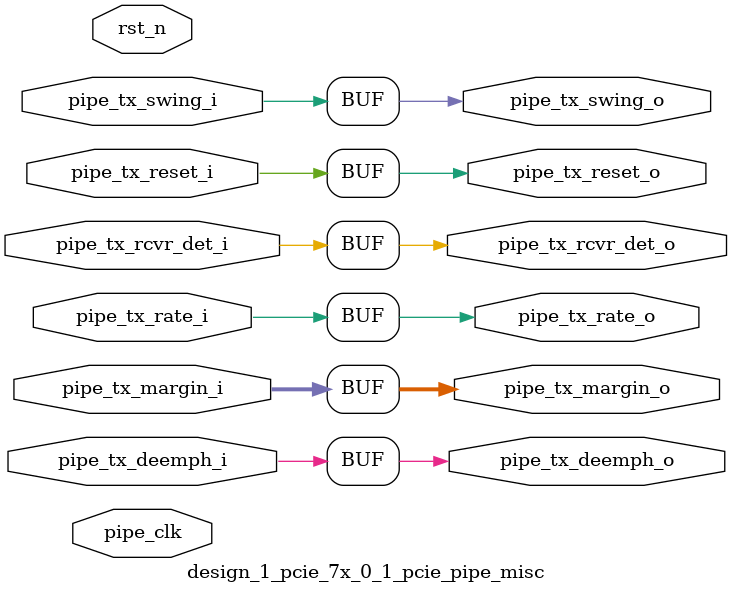
<source format=v>

`timescale 1ps/1ps

(* DowngradeIPIdentifiedWarnings = "yes" *)
module design_1_pcie_7x_0_1_pcie_pipe_misc #
(
    parameter        PIPE_PIPELINE_STAGES = 0,    // 0 - 0 stages, 1 - 1 stage, 2 - 2 stages
    parameter TCQ  = 1 // synthesis warning solved: parameter declaration becomes local
)
(

    input   wire        pipe_tx_rcvr_det_i       ,     // PIPE Tx Receiver Detect
    input   wire        pipe_tx_reset_i          ,     // PIPE Tx Reset
    input   wire        pipe_tx_rate_i           ,     // PIPE Tx Rate
    input   wire        pipe_tx_deemph_i         ,     // PIPE Tx Deemphasis
    input   wire [2:0]  pipe_tx_margin_i         ,     // PIPE Tx Margin
    input   wire        pipe_tx_swing_i          ,     // PIPE Tx Swing

    output  wire        pipe_tx_rcvr_det_o       ,     // Pipelined PIPE Tx Receiver Detect
    output  wire        pipe_tx_reset_o          ,     // Pipelined PIPE Tx Reset
    output  wire        pipe_tx_rate_o           ,     // Pipelined PIPE Tx Rate
    output  wire        pipe_tx_deemph_o         ,     // Pipelined PIPE Tx Deemphasis
    output  wire [2:0]  pipe_tx_margin_o         ,     // Pipelined PIPE Tx Margin
    output  wire        pipe_tx_swing_o          ,     // Pipelined PIPE Tx Swing

    input   wire        pipe_clk                ,      // PIPE Clock
    input   wire        rst_n                          // Reset
);

//******************************************************************//
// Reality check.                                                   //
//******************************************************************//

//    parameter TCQ  = 1;      // clock to out delay model

    generate

    if (PIPE_PIPELINE_STAGES == 0) begin : pipe_stages_0

        assign pipe_tx_rcvr_det_o = pipe_tx_rcvr_det_i;
        assign pipe_tx_reset_o  = pipe_tx_reset_i;
        assign pipe_tx_rate_o = pipe_tx_rate_i;
        assign pipe_tx_deemph_o = pipe_tx_deemph_i;
        assign pipe_tx_margin_o = pipe_tx_margin_i;
        assign pipe_tx_swing_o = pipe_tx_swing_i;

    end // if (PIPE_PIPELINE_STAGES == 0)
    else if (PIPE_PIPELINE_STAGES == 1) begin : pipe_stages_1

    reg                pipe_tx_rcvr_det_q       ;
    reg                pipe_tx_reset_q          ;
    reg                pipe_tx_rate_q           ;
    reg                pipe_tx_deemph_q         ;
    reg [2:0]          pipe_tx_margin_q         ;
    reg                pipe_tx_swing_q          ;

        always @(posedge pipe_clk) begin

        if (rst_n)
        begin

            pipe_tx_rcvr_det_q <= #TCQ 0;
            pipe_tx_reset_q  <= #TCQ 1'b1;
            pipe_tx_rate_q <= #TCQ 0;
            pipe_tx_deemph_q <= #TCQ 1'b1;
            pipe_tx_margin_q <= #TCQ 0;
            pipe_tx_swing_q <= #TCQ 0;

        end
        else
        begin

            pipe_tx_rcvr_det_q <= #TCQ pipe_tx_rcvr_det_i;
            pipe_tx_reset_q  <= #TCQ pipe_tx_reset_i;
            pipe_tx_rate_q <= #TCQ pipe_tx_rate_i;
            pipe_tx_deemph_q <= #TCQ pipe_tx_deemph_i;
            pipe_tx_margin_q <= #TCQ pipe_tx_margin_i;
            pipe_tx_swing_q <= #TCQ pipe_tx_swing_i;

          end

        end

        assign pipe_tx_rcvr_det_o = pipe_tx_rcvr_det_q;
        assign pipe_tx_reset_o  = pipe_tx_reset_q;
        assign pipe_tx_rate_o = pipe_tx_rate_q;
        assign pipe_tx_deemph_o = pipe_tx_deemph_q;
        assign pipe_tx_margin_o = pipe_tx_margin_q;
        assign pipe_tx_swing_o = pipe_tx_swing_q;

    end // if (PIPE_PIPELINE_STAGES == 1)
    else if (PIPE_PIPELINE_STAGES == 2) begin : pipe_stages_2

    reg                pipe_tx_rcvr_det_q       ;
    reg                pipe_tx_reset_q          ;
    reg                pipe_tx_rate_q           ;
    reg                pipe_tx_deemph_q         ;
    reg [2:0]          pipe_tx_margin_q         ;
    reg                pipe_tx_swing_q          ;

    reg                pipe_tx_rcvr_det_qq      ;
    reg                pipe_tx_reset_qq         ;
    reg                pipe_tx_rate_qq          ;
    reg                pipe_tx_deemph_qq        ;
    reg [2:0]          pipe_tx_margin_qq        ;
    reg                pipe_tx_swing_qq         ;

        always @(posedge pipe_clk) begin

        if (rst_n)
        begin

            pipe_tx_rcvr_det_q <= #TCQ 0;
            pipe_tx_reset_q  <= #TCQ 1'b1;
            pipe_tx_rate_q <= #TCQ 0;
            pipe_tx_deemph_q <= #TCQ 1'b1;
            pipe_tx_margin_q <= #TCQ 0;
            pipe_tx_swing_q <= #TCQ 0;

            pipe_tx_rcvr_det_qq <= #TCQ 0;
            pipe_tx_reset_qq  <= #TCQ 1'b1;
            pipe_tx_rate_qq <= #TCQ 0;
            pipe_tx_deemph_qq <= #TCQ 1'b1;
            pipe_tx_margin_qq <= #TCQ 0;
            pipe_tx_swing_qq <= #TCQ 0;

        end
        else
        begin

            pipe_tx_rcvr_det_q <= #TCQ pipe_tx_rcvr_det_i;
            pipe_tx_reset_q  <= #TCQ pipe_tx_reset_i;
            pipe_tx_rate_q <= #TCQ pipe_tx_rate_i;
            pipe_tx_deemph_q <= #TCQ pipe_tx_deemph_i;
            pipe_tx_margin_q <= #TCQ pipe_tx_margin_i;
            pipe_tx_swing_q <= #TCQ pipe_tx_swing_i;

            pipe_tx_rcvr_det_qq <= #TCQ pipe_tx_rcvr_det_q;
            pipe_tx_reset_qq  <= #TCQ pipe_tx_reset_q;
            pipe_tx_rate_qq <= #TCQ pipe_tx_rate_q;
            pipe_tx_deemph_qq <= #TCQ pipe_tx_deemph_q;
            pipe_tx_margin_qq <= #TCQ pipe_tx_margin_q;
            pipe_tx_swing_qq <= #TCQ pipe_tx_swing_q;

          end

        end

        assign pipe_tx_rcvr_det_o = pipe_tx_rcvr_det_qq;
        assign pipe_tx_reset_o  = pipe_tx_reset_qq;
        assign pipe_tx_rate_o = pipe_tx_rate_qq;
        assign pipe_tx_deemph_o = pipe_tx_deemph_qq;
        assign pipe_tx_margin_o = pipe_tx_margin_qq;
        assign pipe_tx_swing_o = pipe_tx_swing_qq;

    end // if (PIPE_PIPELINE_STAGES == 2)

    endgenerate

endmodule


</source>
